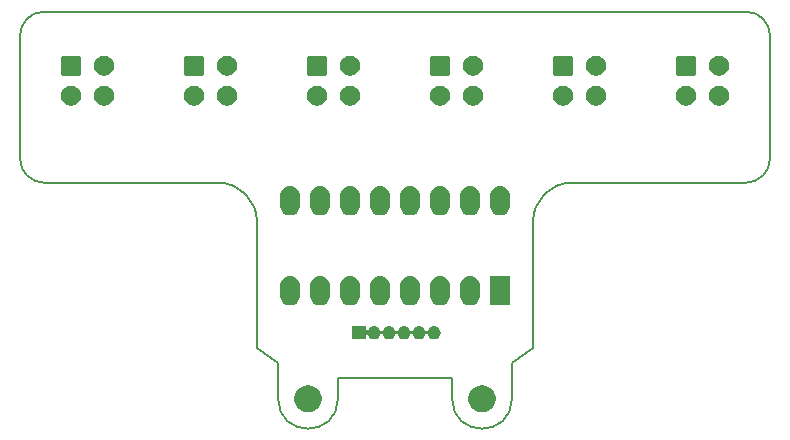
<source format=gbr>
%TF.GenerationSoftware,KiCad,Pcbnew,(5.0.1-3-g963ef8bb5)*%
%TF.CreationDate,2018-11-27T10:46:30+01:00*%
%TF.ProjectId,sensores,73656E736F7265732E6B696361645F70,rev?*%
%TF.SameCoordinates,Original*%
%TF.FileFunction,Soldermask,Top*%
%TF.FilePolarity,Negative*%
%FSLAX46Y46*%
G04 Gerber Fmt 4.6, Leading zero omitted, Abs format (unit mm)*
G04 Created by KiCad (PCBNEW (5.0.1-3-g963ef8bb5)) date 2018 November 27, Tuesday 10:46:30*
%MOMM*%
%LPD*%
G01*
G04 APERTURE LIST*
%ADD10C,0.150000*%
%ADD11C,0.200000*%
%ADD12C,0.100000*%
G04 APERTURE END LIST*
D10*
X134620000Y-95504000D02*
X134620000Y-97282000D01*
X124968000Y-95504000D02*
X124968000Y-97282000D01*
X124968000Y-95504000D02*
X134620000Y-95504000D01*
X139700000Y-97282000D02*
G75*
G02X134620000Y-97282000I-2540000J0D01*
G01*
X124968000Y-97282000D02*
G75*
G02X119888000Y-97282000I-2540000J0D01*
G01*
X141478000Y-82296000D02*
X141478000Y-92964000D01*
X118110000Y-82296000D02*
X118110000Y-92964000D01*
X100076000Y-78994000D02*
X114808000Y-78994000D01*
X98044000Y-66548000D02*
X98044000Y-76962000D01*
X159512000Y-64516000D02*
X100076000Y-64516000D01*
X161544000Y-76962000D02*
X161544000Y-66548000D01*
X144780000Y-78994000D02*
X159512000Y-78994000D01*
D11*
X141478000Y-82296000D02*
G75*
G02X144780000Y-78994000I3302000J0D01*
G01*
X114808000Y-78994000D02*
G75*
G02X118110000Y-82296000I0J-3302000D01*
G01*
X100076000Y-78994000D02*
G75*
G02X98044000Y-76962000I0J2032000D01*
G01*
X161544000Y-76962000D02*
G75*
G02X159512000Y-78994000I-2032000J0D01*
G01*
D10*
X159512000Y-64516000D02*
G75*
G02X161544000Y-66548000I0J-2032000D01*
G01*
X98044000Y-66548000D02*
G75*
G02X100076000Y-64516000I2032000J0D01*
G01*
X118110000Y-92964000D02*
X119888000Y-94234000D01*
X139700000Y-94234000D02*
X141478000Y-92964000D01*
X139700000Y-94234000D02*
X139700000Y-97282000D01*
X119888000Y-94234000D02*
X119888000Y-97282000D01*
D12*
G36*
X137495734Y-96175232D02*
X137705202Y-96261996D01*
X137893723Y-96387962D01*
X138054038Y-96548277D01*
X138180004Y-96736798D01*
X138266768Y-96946266D01*
X138311000Y-97168635D01*
X138311000Y-97395365D01*
X138266768Y-97617734D01*
X138180004Y-97827202D01*
X138054038Y-98015723D01*
X137893723Y-98176038D01*
X137705202Y-98302004D01*
X137495734Y-98388768D01*
X137273365Y-98433000D01*
X137046635Y-98433000D01*
X136824266Y-98388768D01*
X136614798Y-98302004D01*
X136426277Y-98176038D01*
X136265962Y-98015723D01*
X136139996Y-97827202D01*
X136053232Y-97617734D01*
X136009000Y-97395365D01*
X136009000Y-97168635D01*
X136053232Y-96946266D01*
X136139996Y-96736798D01*
X136265962Y-96548277D01*
X136426277Y-96387962D01*
X136614798Y-96261996D01*
X136824266Y-96175232D01*
X137046635Y-96131000D01*
X137273365Y-96131000D01*
X137495734Y-96175232D01*
X137495734Y-96175232D01*
G37*
G36*
X122763734Y-96175232D02*
X122973202Y-96261996D01*
X123161723Y-96387962D01*
X123322038Y-96548277D01*
X123448004Y-96736798D01*
X123534768Y-96946266D01*
X123579000Y-97168635D01*
X123579000Y-97395365D01*
X123534768Y-97617734D01*
X123448004Y-97827202D01*
X123322038Y-98015723D01*
X123161723Y-98176038D01*
X122973202Y-98302004D01*
X122763734Y-98388768D01*
X122541365Y-98433000D01*
X122314635Y-98433000D01*
X122092266Y-98388768D01*
X121882798Y-98302004D01*
X121694277Y-98176038D01*
X121533962Y-98015723D01*
X121407996Y-97827202D01*
X121321232Y-97617734D01*
X121277000Y-97395365D01*
X121277000Y-97168635D01*
X121321232Y-96946266D01*
X121407996Y-96736798D01*
X121533962Y-96548277D01*
X121694277Y-96387962D01*
X121882798Y-96261996D01*
X122092266Y-96175232D01*
X122314635Y-96131000D01*
X122541365Y-96131000D01*
X122763734Y-96175232D01*
X122763734Y-96175232D01*
G37*
G36*
X127297000Y-91371262D02*
X127299402Y-91395648D01*
X127306515Y-91419097D01*
X127318066Y-91440708D01*
X127333612Y-91459650D01*
X127352554Y-91475196D01*
X127374165Y-91486747D01*
X127397614Y-91493860D01*
X127422000Y-91496262D01*
X127446386Y-91493860D01*
X127469835Y-91486747D01*
X127491446Y-91475196D01*
X127510388Y-91459650D01*
X127532236Y-91430192D01*
X127555644Y-91386400D01*
X127624499Y-91302499D01*
X127708400Y-91233644D01*
X127804121Y-91182479D01*
X127907985Y-91150973D01*
X127988933Y-91143000D01*
X128043067Y-91143000D01*
X128124015Y-91150973D01*
X128227879Y-91182479D01*
X128323600Y-91233644D01*
X128407501Y-91302499D01*
X128476356Y-91386400D01*
X128527521Y-91482121D01*
X128531383Y-91494854D01*
X128540760Y-91517493D01*
X128554374Y-91537867D01*
X128571701Y-91555194D01*
X128592076Y-91568808D01*
X128614715Y-91578186D01*
X128638748Y-91582966D01*
X128663252Y-91582966D01*
X128687286Y-91578185D01*
X128709925Y-91568808D01*
X128730299Y-91555194D01*
X128747626Y-91537867D01*
X128761240Y-91517492D01*
X128770617Y-91494854D01*
X128774479Y-91482121D01*
X128825644Y-91386400D01*
X128894499Y-91302499D01*
X128978400Y-91233644D01*
X129074121Y-91182479D01*
X129177985Y-91150973D01*
X129258933Y-91143000D01*
X129313067Y-91143000D01*
X129394015Y-91150973D01*
X129497879Y-91182479D01*
X129593600Y-91233644D01*
X129677501Y-91302499D01*
X129746356Y-91386400D01*
X129797521Y-91482121D01*
X129801383Y-91494854D01*
X129810760Y-91517493D01*
X129824374Y-91537867D01*
X129841701Y-91555194D01*
X129862076Y-91568808D01*
X129884715Y-91578186D01*
X129908748Y-91582966D01*
X129933252Y-91582966D01*
X129957286Y-91578185D01*
X129979925Y-91568808D01*
X130000299Y-91555194D01*
X130017626Y-91537867D01*
X130031240Y-91517492D01*
X130040617Y-91494854D01*
X130044479Y-91482121D01*
X130095644Y-91386400D01*
X130164499Y-91302499D01*
X130248400Y-91233644D01*
X130344121Y-91182479D01*
X130447985Y-91150973D01*
X130528933Y-91143000D01*
X130583067Y-91143000D01*
X130664015Y-91150973D01*
X130767879Y-91182479D01*
X130863600Y-91233644D01*
X130947501Y-91302499D01*
X131016356Y-91386400D01*
X131067521Y-91482121D01*
X131071383Y-91494854D01*
X131080760Y-91517493D01*
X131094374Y-91537867D01*
X131111701Y-91555194D01*
X131132076Y-91568808D01*
X131154715Y-91578186D01*
X131178748Y-91582966D01*
X131203252Y-91582966D01*
X131227286Y-91578185D01*
X131249925Y-91568808D01*
X131270299Y-91555194D01*
X131287626Y-91537867D01*
X131301240Y-91517492D01*
X131310617Y-91494854D01*
X131314479Y-91482121D01*
X131365644Y-91386400D01*
X131434499Y-91302499D01*
X131518400Y-91233644D01*
X131614121Y-91182479D01*
X131717985Y-91150973D01*
X131798933Y-91143000D01*
X131853067Y-91143000D01*
X131934015Y-91150973D01*
X132037879Y-91182479D01*
X132133600Y-91233644D01*
X132217501Y-91302499D01*
X132286356Y-91386400D01*
X132337521Y-91482121D01*
X132341383Y-91494854D01*
X132350760Y-91517493D01*
X132364374Y-91537867D01*
X132381701Y-91555194D01*
X132402076Y-91568808D01*
X132424715Y-91578186D01*
X132448748Y-91582966D01*
X132473252Y-91582966D01*
X132497286Y-91578185D01*
X132519925Y-91568808D01*
X132540299Y-91555194D01*
X132557626Y-91537867D01*
X132571240Y-91517492D01*
X132580617Y-91494854D01*
X132584479Y-91482121D01*
X132635644Y-91386400D01*
X132704499Y-91302499D01*
X132788400Y-91233644D01*
X132884121Y-91182479D01*
X132987985Y-91150973D01*
X133068933Y-91143000D01*
X133123067Y-91143000D01*
X133204015Y-91150973D01*
X133307879Y-91182479D01*
X133403600Y-91233644D01*
X133487501Y-91302499D01*
X133556356Y-91386400D01*
X133607521Y-91482121D01*
X133639027Y-91585985D01*
X133649666Y-91694000D01*
X133639027Y-91802015D01*
X133607521Y-91905879D01*
X133556356Y-92001600D01*
X133487501Y-92085501D01*
X133403600Y-92154356D01*
X133307879Y-92205521D01*
X133204015Y-92237027D01*
X133123067Y-92245000D01*
X133068933Y-92245000D01*
X132987985Y-92237027D01*
X132884121Y-92205521D01*
X132788400Y-92154356D01*
X132704499Y-92085501D01*
X132635644Y-92001600D01*
X132584479Y-91905879D01*
X132580615Y-91893142D01*
X132571240Y-91870507D01*
X132557626Y-91850133D01*
X132540299Y-91832806D01*
X132519924Y-91819192D01*
X132497285Y-91809814D01*
X132473252Y-91805034D01*
X132448748Y-91805034D01*
X132424714Y-91809815D01*
X132402075Y-91819192D01*
X132381701Y-91832806D01*
X132364374Y-91850133D01*
X132350760Y-91870508D01*
X132341385Y-91893142D01*
X132337521Y-91905879D01*
X132286356Y-92001600D01*
X132217501Y-92085501D01*
X132133600Y-92154356D01*
X132037879Y-92205521D01*
X131934015Y-92237027D01*
X131853067Y-92245000D01*
X131798933Y-92245000D01*
X131717985Y-92237027D01*
X131614121Y-92205521D01*
X131518400Y-92154356D01*
X131434499Y-92085501D01*
X131365644Y-92001600D01*
X131314479Y-91905879D01*
X131310615Y-91893142D01*
X131301240Y-91870507D01*
X131287626Y-91850133D01*
X131270299Y-91832806D01*
X131249924Y-91819192D01*
X131227285Y-91809814D01*
X131203252Y-91805034D01*
X131178748Y-91805034D01*
X131154714Y-91809815D01*
X131132075Y-91819192D01*
X131111701Y-91832806D01*
X131094374Y-91850133D01*
X131080760Y-91870508D01*
X131071385Y-91893142D01*
X131067521Y-91905879D01*
X131016356Y-92001600D01*
X130947501Y-92085501D01*
X130863600Y-92154356D01*
X130767879Y-92205521D01*
X130664015Y-92237027D01*
X130583067Y-92245000D01*
X130528933Y-92245000D01*
X130447985Y-92237027D01*
X130344121Y-92205521D01*
X130248400Y-92154356D01*
X130164499Y-92085501D01*
X130095644Y-92001600D01*
X130044479Y-91905879D01*
X130040615Y-91893142D01*
X130031240Y-91870507D01*
X130017626Y-91850133D01*
X130000299Y-91832806D01*
X129979924Y-91819192D01*
X129957285Y-91809814D01*
X129933252Y-91805034D01*
X129908748Y-91805034D01*
X129884714Y-91809815D01*
X129862075Y-91819192D01*
X129841701Y-91832806D01*
X129824374Y-91850133D01*
X129810760Y-91870508D01*
X129801385Y-91893142D01*
X129797521Y-91905879D01*
X129746356Y-92001600D01*
X129677501Y-92085501D01*
X129593600Y-92154356D01*
X129497879Y-92205521D01*
X129394015Y-92237027D01*
X129313067Y-92245000D01*
X129258933Y-92245000D01*
X129177985Y-92237027D01*
X129074121Y-92205521D01*
X128978400Y-92154356D01*
X128894499Y-92085501D01*
X128825644Y-92001600D01*
X128774479Y-91905879D01*
X128770615Y-91893142D01*
X128761240Y-91870507D01*
X128747626Y-91850133D01*
X128730299Y-91832806D01*
X128709924Y-91819192D01*
X128687285Y-91809814D01*
X128663252Y-91805034D01*
X128638748Y-91805034D01*
X128614714Y-91809815D01*
X128592075Y-91819192D01*
X128571701Y-91832806D01*
X128554374Y-91850133D01*
X128540760Y-91870508D01*
X128531385Y-91893142D01*
X128527521Y-91905879D01*
X128476356Y-92001600D01*
X128407501Y-92085501D01*
X128323600Y-92154356D01*
X128227879Y-92205521D01*
X128124015Y-92237027D01*
X128043067Y-92245000D01*
X127988933Y-92245000D01*
X127907985Y-92237027D01*
X127804121Y-92205521D01*
X127708400Y-92154356D01*
X127624499Y-92085501D01*
X127555644Y-92001600D01*
X127532234Y-91957805D01*
X127518626Y-91937439D01*
X127501299Y-91920111D01*
X127480924Y-91906498D01*
X127458285Y-91897120D01*
X127434252Y-91892340D01*
X127409748Y-91892340D01*
X127385714Y-91897121D01*
X127363075Y-91906498D01*
X127342701Y-91920112D01*
X127325373Y-91937439D01*
X127311760Y-91957814D01*
X127302382Y-91980453D01*
X127297000Y-92016738D01*
X127297000Y-92245000D01*
X126195000Y-92245000D01*
X126195000Y-91143000D01*
X127297000Y-91143000D01*
X127297000Y-91371262D01*
X127297000Y-91371262D01*
G37*
G36*
X131230820Y-86899313D02*
X131230823Y-86899314D01*
X131230824Y-86899314D01*
X131391238Y-86947975D01*
X131391240Y-86947976D01*
X131391243Y-86947977D01*
X131539078Y-87026995D01*
X131668659Y-87133341D01*
X131775005Y-87262922D01*
X131854023Y-87410756D01*
X131902687Y-87571179D01*
X131915000Y-87696196D01*
X131915000Y-88579803D01*
X131902687Y-88704820D01*
X131902686Y-88704822D01*
X131902686Y-88704825D01*
X131854025Y-88865239D01*
X131854023Y-88865244D01*
X131775005Y-89013078D01*
X131668659Y-89142659D01*
X131539078Y-89249005D01*
X131391244Y-89328023D01*
X131391241Y-89328024D01*
X131391239Y-89328025D01*
X131230825Y-89376686D01*
X131230824Y-89376686D01*
X131230821Y-89376687D01*
X131064000Y-89393117D01*
X130897180Y-89376687D01*
X130897177Y-89376686D01*
X130897176Y-89376686D01*
X130736762Y-89328025D01*
X130736760Y-89328024D01*
X130736757Y-89328023D01*
X130588923Y-89249005D01*
X130459342Y-89142659D01*
X130352996Y-89013078D01*
X130273978Y-88865244D01*
X130225314Y-88704821D01*
X130213000Y-88579803D01*
X130213000Y-87696197D01*
X130225313Y-87571180D01*
X130225314Y-87571176D01*
X130273975Y-87410762D01*
X130273976Y-87410760D01*
X130273977Y-87410757D01*
X130352995Y-87262922D01*
X130459341Y-87133341D01*
X130588922Y-87026995D01*
X130736756Y-86947977D01*
X130736759Y-86947976D01*
X130736761Y-86947975D01*
X130897175Y-86899314D01*
X130897176Y-86899314D01*
X130897179Y-86899313D01*
X131064000Y-86882883D01*
X131230820Y-86899313D01*
X131230820Y-86899313D01*
G37*
G36*
X133770820Y-86899313D02*
X133770823Y-86899314D01*
X133770824Y-86899314D01*
X133931238Y-86947975D01*
X133931240Y-86947976D01*
X133931243Y-86947977D01*
X134079078Y-87026995D01*
X134208659Y-87133341D01*
X134315005Y-87262922D01*
X134394023Y-87410756D01*
X134442687Y-87571179D01*
X134455000Y-87696196D01*
X134455000Y-88579803D01*
X134442687Y-88704820D01*
X134442686Y-88704822D01*
X134442686Y-88704825D01*
X134394025Y-88865239D01*
X134394023Y-88865244D01*
X134315005Y-89013078D01*
X134208659Y-89142659D01*
X134079078Y-89249005D01*
X133931244Y-89328023D01*
X133931241Y-89328024D01*
X133931239Y-89328025D01*
X133770825Y-89376686D01*
X133770824Y-89376686D01*
X133770821Y-89376687D01*
X133604000Y-89393117D01*
X133437180Y-89376687D01*
X133437177Y-89376686D01*
X133437176Y-89376686D01*
X133276762Y-89328025D01*
X133276760Y-89328024D01*
X133276757Y-89328023D01*
X133128923Y-89249005D01*
X132999342Y-89142659D01*
X132892996Y-89013078D01*
X132813978Y-88865244D01*
X132765314Y-88704821D01*
X132753000Y-88579803D01*
X132753000Y-87696197D01*
X132765313Y-87571180D01*
X132765314Y-87571176D01*
X132813975Y-87410762D01*
X132813976Y-87410760D01*
X132813977Y-87410757D01*
X132892995Y-87262922D01*
X132999341Y-87133341D01*
X133128922Y-87026995D01*
X133276756Y-86947977D01*
X133276759Y-86947976D01*
X133276761Y-86947975D01*
X133437175Y-86899314D01*
X133437176Y-86899314D01*
X133437179Y-86899313D01*
X133604000Y-86882883D01*
X133770820Y-86899313D01*
X133770820Y-86899313D01*
G37*
G36*
X121070820Y-86899313D02*
X121070823Y-86899314D01*
X121070824Y-86899314D01*
X121231238Y-86947975D01*
X121231240Y-86947976D01*
X121231243Y-86947977D01*
X121379078Y-87026995D01*
X121508659Y-87133341D01*
X121615005Y-87262922D01*
X121694023Y-87410756D01*
X121742687Y-87571179D01*
X121755000Y-87696196D01*
X121755000Y-88579803D01*
X121742687Y-88704820D01*
X121742686Y-88704822D01*
X121742686Y-88704825D01*
X121694025Y-88865239D01*
X121694023Y-88865244D01*
X121615005Y-89013078D01*
X121508659Y-89142659D01*
X121379078Y-89249005D01*
X121231244Y-89328023D01*
X121231241Y-89328024D01*
X121231239Y-89328025D01*
X121070825Y-89376686D01*
X121070824Y-89376686D01*
X121070821Y-89376687D01*
X120904000Y-89393117D01*
X120737180Y-89376687D01*
X120737177Y-89376686D01*
X120737176Y-89376686D01*
X120576762Y-89328025D01*
X120576760Y-89328024D01*
X120576757Y-89328023D01*
X120428923Y-89249005D01*
X120299342Y-89142659D01*
X120192996Y-89013078D01*
X120113978Y-88865244D01*
X120065314Y-88704821D01*
X120053000Y-88579803D01*
X120053000Y-87696197D01*
X120065313Y-87571180D01*
X120065314Y-87571176D01*
X120113975Y-87410762D01*
X120113976Y-87410760D01*
X120113977Y-87410757D01*
X120192995Y-87262922D01*
X120299341Y-87133341D01*
X120428922Y-87026995D01*
X120576756Y-86947977D01*
X120576759Y-86947976D01*
X120576761Y-86947975D01*
X120737175Y-86899314D01*
X120737176Y-86899314D01*
X120737179Y-86899313D01*
X120904000Y-86882883D01*
X121070820Y-86899313D01*
X121070820Y-86899313D01*
G37*
G36*
X128690820Y-86899313D02*
X128690823Y-86899314D01*
X128690824Y-86899314D01*
X128851238Y-86947975D01*
X128851240Y-86947976D01*
X128851243Y-86947977D01*
X128999078Y-87026995D01*
X129128659Y-87133341D01*
X129235005Y-87262922D01*
X129314023Y-87410756D01*
X129362687Y-87571179D01*
X129375000Y-87696196D01*
X129375000Y-88579803D01*
X129362687Y-88704820D01*
X129362686Y-88704822D01*
X129362686Y-88704825D01*
X129314025Y-88865239D01*
X129314023Y-88865244D01*
X129235005Y-89013078D01*
X129128659Y-89142659D01*
X128999078Y-89249005D01*
X128851244Y-89328023D01*
X128851241Y-89328024D01*
X128851239Y-89328025D01*
X128690825Y-89376686D01*
X128690824Y-89376686D01*
X128690821Y-89376687D01*
X128524000Y-89393117D01*
X128357180Y-89376687D01*
X128357177Y-89376686D01*
X128357176Y-89376686D01*
X128196762Y-89328025D01*
X128196760Y-89328024D01*
X128196757Y-89328023D01*
X128048923Y-89249005D01*
X127919342Y-89142659D01*
X127812996Y-89013078D01*
X127733978Y-88865244D01*
X127685314Y-88704821D01*
X127673000Y-88579803D01*
X127673000Y-87696197D01*
X127685313Y-87571180D01*
X127685314Y-87571176D01*
X127733975Y-87410762D01*
X127733976Y-87410760D01*
X127733977Y-87410757D01*
X127812995Y-87262922D01*
X127919341Y-87133341D01*
X128048922Y-87026995D01*
X128196756Y-86947977D01*
X128196759Y-86947976D01*
X128196761Y-86947975D01*
X128357175Y-86899314D01*
X128357176Y-86899314D01*
X128357179Y-86899313D01*
X128524000Y-86882883D01*
X128690820Y-86899313D01*
X128690820Y-86899313D01*
G37*
G36*
X126150820Y-86899313D02*
X126150823Y-86899314D01*
X126150824Y-86899314D01*
X126311238Y-86947975D01*
X126311240Y-86947976D01*
X126311243Y-86947977D01*
X126459078Y-87026995D01*
X126588659Y-87133341D01*
X126695005Y-87262922D01*
X126774023Y-87410756D01*
X126822687Y-87571179D01*
X126835000Y-87696196D01*
X126835000Y-88579803D01*
X126822687Y-88704820D01*
X126822686Y-88704822D01*
X126822686Y-88704825D01*
X126774025Y-88865239D01*
X126774023Y-88865244D01*
X126695005Y-89013078D01*
X126588659Y-89142659D01*
X126459078Y-89249005D01*
X126311244Y-89328023D01*
X126311241Y-89328024D01*
X126311239Y-89328025D01*
X126150825Y-89376686D01*
X126150824Y-89376686D01*
X126150821Y-89376687D01*
X125984000Y-89393117D01*
X125817180Y-89376687D01*
X125817177Y-89376686D01*
X125817176Y-89376686D01*
X125656762Y-89328025D01*
X125656760Y-89328024D01*
X125656757Y-89328023D01*
X125508923Y-89249005D01*
X125379342Y-89142659D01*
X125272996Y-89013078D01*
X125193978Y-88865244D01*
X125145314Y-88704821D01*
X125133000Y-88579803D01*
X125133000Y-87696197D01*
X125145313Y-87571180D01*
X125145314Y-87571176D01*
X125193975Y-87410762D01*
X125193976Y-87410760D01*
X125193977Y-87410757D01*
X125272995Y-87262922D01*
X125379341Y-87133341D01*
X125508922Y-87026995D01*
X125656756Y-86947977D01*
X125656759Y-86947976D01*
X125656761Y-86947975D01*
X125817175Y-86899314D01*
X125817176Y-86899314D01*
X125817179Y-86899313D01*
X125984000Y-86882883D01*
X126150820Y-86899313D01*
X126150820Y-86899313D01*
G37*
G36*
X123610820Y-86899313D02*
X123610823Y-86899314D01*
X123610824Y-86899314D01*
X123771238Y-86947975D01*
X123771240Y-86947976D01*
X123771243Y-86947977D01*
X123919078Y-87026995D01*
X124048659Y-87133341D01*
X124155005Y-87262922D01*
X124234023Y-87410756D01*
X124282687Y-87571179D01*
X124295000Y-87696196D01*
X124295000Y-88579803D01*
X124282687Y-88704820D01*
X124282686Y-88704822D01*
X124282686Y-88704825D01*
X124234025Y-88865239D01*
X124234023Y-88865244D01*
X124155005Y-89013078D01*
X124048659Y-89142659D01*
X123919078Y-89249005D01*
X123771244Y-89328023D01*
X123771241Y-89328024D01*
X123771239Y-89328025D01*
X123610825Y-89376686D01*
X123610824Y-89376686D01*
X123610821Y-89376687D01*
X123444000Y-89393117D01*
X123277180Y-89376687D01*
X123277177Y-89376686D01*
X123277176Y-89376686D01*
X123116762Y-89328025D01*
X123116760Y-89328024D01*
X123116757Y-89328023D01*
X122968923Y-89249005D01*
X122839342Y-89142659D01*
X122732996Y-89013078D01*
X122653978Y-88865244D01*
X122605314Y-88704821D01*
X122593000Y-88579803D01*
X122593000Y-87696197D01*
X122605313Y-87571180D01*
X122605314Y-87571176D01*
X122653975Y-87410762D01*
X122653976Y-87410760D01*
X122653977Y-87410757D01*
X122732995Y-87262922D01*
X122839341Y-87133341D01*
X122968922Y-87026995D01*
X123116756Y-86947977D01*
X123116759Y-86947976D01*
X123116761Y-86947975D01*
X123277175Y-86899314D01*
X123277176Y-86899314D01*
X123277179Y-86899313D01*
X123444000Y-86882883D01*
X123610820Y-86899313D01*
X123610820Y-86899313D01*
G37*
G36*
X136310820Y-86899313D02*
X136310823Y-86899314D01*
X136310824Y-86899314D01*
X136471238Y-86947975D01*
X136471240Y-86947976D01*
X136471243Y-86947977D01*
X136619078Y-87026995D01*
X136748659Y-87133341D01*
X136855005Y-87262922D01*
X136934023Y-87410756D01*
X136982687Y-87571179D01*
X136995000Y-87696196D01*
X136995000Y-88579803D01*
X136982687Y-88704820D01*
X136982686Y-88704822D01*
X136982686Y-88704825D01*
X136934025Y-88865239D01*
X136934023Y-88865244D01*
X136855005Y-89013078D01*
X136748659Y-89142659D01*
X136619078Y-89249005D01*
X136471244Y-89328023D01*
X136471241Y-89328024D01*
X136471239Y-89328025D01*
X136310825Y-89376686D01*
X136310824Y-89376686D01*
X136310821Y-89376687D01*
X136144000Y-89393117D01*
X135977180Y-89376687D01*
X135977177Y-89376686D01*
X135977176Y-89376686D01*
X135816762Y-89328025D01*
X135816760Y-89328024D01*
X135816757Y-89328023D01*
X135668923Y-89249005D01*
X135539342Y-89142659D01*
X135432996Y-89013078D01*
X135353978Y-88865244D01*
X135305314Y-88704821D01*
X135293000Y-88579803D01*
X135293000Y-87696197D01*
X135305313Y-87571180D01*
X135305314Y-87571176D01*
X135353975Y-87410762D01*
X135353976Y-87410760D01*
X135353977Y-87410757D01*
X135432995Y-87262922D01*
X135539341Y-87133341D01*
X135668922Y-87026995D01*
X135816756Y-86947977D01*
X135816759Y-86947976D01*
X135816761Y-86947975D01*
X135977175Y-86899314D01*
X135977176Y-86899314D01*
X135977179Y-86899313D01*
X136144000Y-86882883D01*
X136310820Y-86899313D01*
X136310820Y-86899313D01*
G37*
G36*
X139535000Y-89389000D02*
X137833000Y-89389000D01*
X137833000Y-86887000D01*
X139535000Y-86887000D01*
X139535000Y-89389000D01*
X139535000Y-89389000D01*
G37*
G36*
X123610820Y-79279313D02*
X123610823Y-79279314D01*
X123610824Y-79279314D01*
X123771238Y-79327975D01*
X123771240Y-79327976D01*
X123771243Y-79327977D01*
X123919078Y-79406995D01*
X124048659Y-79513341D01*
X124155005Y-79642922D01*
X124234023Y-79790756D01*
X124282687Y-79951179D01*
X124295000Y-80076196D01*
X124295000Y-80959803D01*
X124282687Y-81084820D01*
X124282686Y-81084822D01*
X124282686Y-81084825D01*
X124234025Y-81245239D01*
X124234023Y-81245244D01*
X124155005Y-81393078D01*
X124048659Y-81522659D01*
X123919078Y-81629005D01*
X123771244Y-81708023D01*
X123771241Y-81708024D01*
X123771239Y-81708025D01*
X123610825Y-81756686D01*
X123610824Y-81756686D01*
X123610821Y-81756687D01*
X123444000Y-81773117D01*
X123277180Y-81756687D01*
X123277177Y-81756686D01*
X123277176Y-81756686D01*
X123116762Y-81708025D01*
X123116760Y-81708024D01*
X123116757Y-81708023D01*
X122968923Y-81629005D01*
X122839342Y-81522659D01*
X122732996Y-81393078D01*
X122653978Y-81245244D01*
X122605314Y-81084821D01*
X122593000Y-80959803D01*
X122593000Y-80076197D01*
X122605313Y-79951180D01*
X122605314Y-79951176D01*
X122653975Y-79790762D01*
X122653976Y-79790760D01*
X122653977Y-79790757D01*
X122732995Y-79642922D01*
X122839341Y-79513341D01*
X122968922Y-79406995D01*
X123116756Y-79327977D01*
X123116759Y-79327976D01*
X123116761Y-79327975D01*
X123277175Y-79279314D01*
X123277176Y-79279314D01*
X123277179Y-79279313D01*
X123444000Y-79262883D01*
X123610820Y-79279313D01*
X123610820Y-79279313D01*
G37*
G36*
X126150820Y-79279313D02*
X126150823Y-79279314D01*
X126150824Y-79279314D01*
X126311238Y-79327975D01*
X126311240Y-79327976D01*
X126311243Y-79327977D01*
X126459078Y-79406995D01*
X126588659Y-79513341D01*
X126695005Y-79642922D01*
X126774023Y-79790756D01*
X126822687Y-79951179D01*
X126835000Y-80076196D01*
X126835000Y-80959803D01*
X126822687Y-81084820D01*
X126822686Y-81084822D01*
X126822686Y-81084825D01*
X126774025Y-81245239D01*
X126774023Y-81245244D01*
X126695005Y-81393078D01*
X126588659Y-81522659D01*
X126459078Y-81629005D01*
X126311244Y-81708023D01*
X126311241Y-81708024D01*
X126311239Y-81708025D01*
X126150825Y-81756686D01*
X126150824Y-81756686D01*
X126150821Y-81756687D01*
X125984000Y-81773117D01*
X125817180Y-81756687D01*
X125817177Y-81756686D01*
X125817176Y-81756686D01*
X125656762Y-81708025D01*
X125656760Y-81708024D01*
X125656757Y-81708023D01*
X125508923Y-81629005D01*
X125379342Y-81522659D01*
X125272996Y-81393078D01*
X125193978Y-81245244D01*
X125145314Y-81084821D01*
X125133000Y-80959803D01*
X125133000Y-80076197D01*
X125145313Y-79951180D01*
X125145314Y-79951176D01*
X125193975Y-79790762D01*
X125193976Y-79790760D01*
X125193977Y-79790757D01*
X125272995Y-79642922D01*
X125379341Y-79513341D01*
X125508922Y-79406995D01*
X125656756Y-79327977D01*
X125656759Y-79327976D01*
X125656761Y-79327975D01*
X125817175Y-79279314D01*
X125817176Y-79279314D01*
X125817179Y-79279313D01*
X125984000Y-79262883D01*
X126150820Y-79279313D01*
X126150820Y-79279313D01*
G37*
G36*
X121070820Y-79279313D02*
X121070823Y-79279314D01*
X121070824Y-79279314D01*
X121231238Y-79327975D01*
X121231240Y-79327976D01*
X121231243Y-79327977D01*
X121379078Y-79406995D01*
X121508659Y-79513341D01*
X121615005Y-79642922D01*
X121694023Y-79790756D01*
X121742687Y-79951179D01*
X121755000Y-80076196D01*
X121755000Y-80959803D01*
X121742687Y-81084820D01*
X121742686Y-81084822D01*
X121742686Y-81084825D01*
X121694025Y-81245239D01*
X121694023Y-81245244D01*
X121615005Y-81393078D01*
X121508659Y-81522659D01*
X121379078Y-81629005D01*
X121231244Y-81708023D01*
X121231241Y-81708024D01*
X121231239Y-81708025D01*
X121070825Y-81756686D01*
X121070824Y-81756686D01*
X121070821Y-81756687D01*
X120904000Y-81773117D01*
X120737180Y-81756687D01*
X120737177Y-81756686D01*
X120737176Y-81756686D01*
X120576762Y-81708025D01*
X120576760Y-81708024D01*
X120576757Y-81708023D01*
X120428923Y-81629005D01*
X120299342Y-81522659D01*
X120192996Y-81393078D01*
X120113978Y-81245244D01*
X120065314Y-81084821D01*
X120053000Y-80959803D01*
X120053000Y-80076197D01*
X120065313Y-79951180D01*
X120065314Y-79951176D01*
X120113975Y-79790762D01*
X120113976Y-79790760D01*
X120113977Y-79790757D01*
X120192995Y-79642922D01*
X120299341Y-79513341D01*
X120428922Y-79406995D01*
X120576756Y-79327977D01*
X120576759Y-79327976D01*
X120576761Y-79327975D01*
X120737175Y-79279314D01*
X120737176Y-79279314D01*
X120737179Y-79279313D01*
X120904000Y-79262883D01*
X121070820Y-79279313D01*
X121070820Y-79279313D01*
G37*
G36*
X138850820Y-79279313D02*
X138850823Y-79279314D01*
X138850824Y-79279314D01*
X139011238Y-79327975D01*
X139011240Y-79327976D01*
X139011243Y-79327977D01*
X139159078Y-79406995D01*
X139288659Y-79513341D01*
X139395005Y-79642922D01*
X139474023Y-79790756D01*
X139522687Y-79951179D01*
X139535000Y-80076196D01*
X139535000Y-80959803D01*
X139522687Y-81084820D01*
X139522686Y-81084822D01*
X139522686Y-81084825D01*
X139474025Y-81245239D01*
X139474023Y-81245244D01*
X139395005Y-81393078D01*
X139288659Y-81522659D01*
X139159078Y-81629005D01*
X139011244Y-81708023D01*
X139011241Y-81708024D01*
X139011239Y-81708025D01*
X138850825Y-81756686D01*
X138850824Y-81756686D01*
X138850821Y-81756687D01*
X138684000Y-81773117D01*
X138517180Y-81756687D01*
X138517177Y-81756686D01*
X138517176Y-81756686D01*
X138356762Y-81708025D01*
X138356760Y-81708024D01*
X138356757Y-81708023D01*
X138208923Y-81629005D01*
X138079342Y-81522659D01*
X137972996Y-81393078D01*
X137893978Y-81245244D01*
X137845314Y-81084821D01*
X137833000Y-80959803D01*
X137833000Y-80076197D01*
X137845313Y-79951180D01*
X137845314Y-79951176D01*
X137893975Y-79790762D01*
X137893976Y-79790760D01*
X137893977Y-79790757D01*
X137972995Y-79642922D01*
X138079341Y-79513341D01*
X138208922Y-79406995D01*
X138356756Y-79327977D01*
X138356759Y-79327976D01*
X138356761Y-79327975D01*
X138517175Y-79279314D01*
X138517176Y-79279314D01*
X138517179Y-79279313D01*
X138684000Y-79262883D01*
X138850820Y-79279313D01*
X138850820Y-79279313D01*
G37*
G36*
X136310820Y-79279313D02*
X136310823Y-79279314D01*
X136310824Y-79279314D01*
X136471238Y-79327975D01*
X136471240Y-79327976D01*
X136471243Y-79327977D01*
X136619078Y-79406995D01*
X136748659Y-79513341D01*
X136855005Y-79642922D01*
X136934023Y-79790756D01*
X136982687Y-79951179D01*
X136995000Y-80076196D01*
X136995000Y-80959803D01*
X136982687Y-81084820D01*
X136982686Y-81084822D01*
X136982686Y-81084825D01*
X136934025Y-81245239D01*
X136934023Y-81245244D01*
X136855005Y-81393078D01*
X136748659Y-81522659D01*
X136619078Y-81629005D01*
X136471244Y-81708023D01*
X136471241Y-81708024D01*
X136471239Y-81708025D01*
X136310825Y-81756686D01*
X136310824Y-81756686D01*
X136310821Y-81756687D01*
X136144000Y-81773117D01*
X135977180Y-81756687D01*
X135977177Y-81756686D01*
X135977176Y-81756686D01*
X135816762Y-81708025D01*
X135816760Y-81708024D01*
X135816757Y-81708023D01*
X135668923Y-81629005D01*
X135539342Y-81522659D01*
X135432996Y-81393078D01*
X135353978Y-81245244D01*
X135305314Y-81084821D01*
X135293000Y-80959803D01*
X135293000Y-80076197D01*
X135305313Y-79951180D01*
X135305314Y-79951176D01*
X135353975Y-79790762D01*
X135353976Y-79790760D01*
X135353977Y-79790757D01*
X135432995Y-79642922D01*
X135539341Y-79513341D01*
X135668922Y-79406995D01*
X135816756Y-79327977D01*
X135816759Y-79327976D01*
X135816761Y-79327975D01*
X135977175Y-79279314D01*
X135977176Y-79279314D01*
X135977179Y-79279313D01*
X136144000Y-79262883D01*
X136310820Y-79279313D01*
X136310820Y-79279313D01*
G37*
G36*
X133770820Y-79279313D02*
X133770823Y-79279314D01*
X133770824Y-79279314D01*
X133931238Y-79327975D01*
X133931240Y-79327976D01*
X133931243Y-79327977D01*
X134079078Y-79406995D01*
X134208659Y-79513341D01*
X134315005Y-79642922D01*
X134394023Y-79790756D01*
X134442687Y-79951179D01*
X134455000Y-80076196D01*
X134455000Y-80959803D01*
X134442687Y-81084820D01*
X134442686Y-81084822D01*
X134442686Y-81084825D01*
X134394025Y-81245239D01*
X134394023Y-81245244D01*
X134315005Y-81393078D01*
X134208659Y-81522659D01*
X134079078Y-81629005D01*
X133931244Y-81708023D01*
X133931241Y-81708024D01*
X133931239Y-81708025D01*
X133770825Y-81756686D01*
X133770824Y-81756686D01*
X133770821Y-81756687D01*
X133604000Y-81773117D01*
X133437180Y-81756687D01*
X133437177Y-81756686D01*
X133437176Y-81756686D01*
X133276762Y-81708025D01*
X133276760Y-81708024D01*
X133276757Y-81708023D01*
X133128923Y-81629005D01*
X132999342Y-81522659D01*
X132892996Y-81393078D01*
X132813978Y-81245244D01*
X132765314Y-81084821D01*
X132753000Y-80959803D01*
X132753000Y-80076197D01*
X132765313Y-79951180D01*
X132765314Y-79951176D01*
X132813975Y-79790762D01*
X132813976Y-79790760D01*
X132813977Y-79790757D01*
X132892995Y-79642922D01*
X132999341Y-79513341D01*
X133128922Y-79406995D01*
X133276756Y-79327977D01*
X133276759Y-79327976D01*
X133276761Y-79327975D01*
X133437175Y-79279314D01*
X133437176Y-79279314D01*
X133437179Y-79279313D01*
X133604000Y-79262883D01*
X133770820Y-79279313D01*
X133770820Y-79279313D01*
G37*
G36*
X131230820Y-79279313D02*
X131230823Y-79279314D01*
X131230824Y-79279314D01*
X131391238Y-79327975D01*
X131391240Y-79327976D01*
X131391243Y-79327977D01*
X131539078Y-79406995D01*
X131668659Y-79513341D01*
X131775005Y-79642922D01*
X131854023Y-79790756D01*
X131902687Y-79951179D01*
X131915000Y-80076196D01*
X131915000Y-80959803D01*
X131902687Y-81084820D01*
X131902686Y-81084822D01*
X131902686Y-81084825D01*
X131854025Y-81245239D01*
X131854023Y-81245244D01*
X131775005Y-81393078D01*
X131668659Y-81522659D01*
X131539078Y-81629005D01*
X131391244Y-81708023D01*
X131391241Y-81708024D01*
X131391239Y-81708025D01*
X131230825Y-81756686D01*
X131230824Y-81756686D01*
X131230821Y-81756687D01*
X131064000Y-81773117D01*
X130897180Y-81756687D01*
X130897177Y-81756686D01*
X130897176Y-81756686D01*
X130736762Y-81708025D01*
X130736760Y-81708024D01*
X130736757Y-81708023D01*
X130588923Y-81629005D01*
X130459342Y-81522659D01*
X130352996Y-81393078D01*
X130273978Y-81245244D01*
X130225314Y-81084821D01*
X130213000Y-80959803D01*
X130213000Y-80076197D01*
X130225313Y-79951180D01*
X130225314Y-79951176D01*
X130273975Y-79790762D01*
X130273976Y-79790760D01*
X130273977Y-79790757D01*
X130352995Y-79642922D01*
X130459341Y-79513341D01*
X130588922Y-79406995D01*
X130736756Y-79327977D01*
X130736759Y-79327976D01*
X130736761Y-79327975D01*
X130897175Y-79279314D01*
X130897176Y-79279314D01*
X130897179Y-79279313D01*
X131064000Y-79262883D01*
X131230820Y-79279313D01*
X131230820Y-79279313D01*
G37*
G36*
X128690820Y-79279313D02*
X128690823Y-79279314D01*
X128690824Y-79279314D01*
X128851238Y-79327975D01*
X128851240Y-79327976D01*
X128851243Y-79327977D01*
X128999078Y-79406995D01*
X129128659Y-79513341D01*
X129235005Y-79642922D01*
X129314023Y-79790756D01*
X129362687Y-79951179D01*
X129375000Y-80076196D01*
X129375000Y-80959803D01*
X129362687Y-81084820D01*
X129362686Y-81084822D01*
X129362686Y-81084825D01*
X129314025Y-81245239D01*
X129314023Y-81245244D01*
X129235005Y-81393078D01*
X129128659Y-81522659D01*
X128999078Y-81629005D01*
X128851244Y-81708023D01*
X128851241Y-81708024D01*
X128851239Y-81708025D01*
X128690825Y-81756686D01*
X128690824Y-81756686D01*
X128690821Y-81756687D01*
X128524000Y-81773117D01*
X128357180Y-81756687D01*
X128357177Y-81756686D01*
X128357176Y-81756686D01*
X128196762Y-81708025D01*
X128196760Y-81708024D01*
X128196757Y-81708023D01*
X128048923Y-81629005D01*
X127919342Y-81522659D01*
X127812996Y-81393078D01*
X127733978Y-81245244D01*
X127685314Y-81084821D01*
X127673000Y-80959803D01*
X127673000Y-80076197D01*
X127685313Y-79951180D01*
X127685314Y-79951176D01*
X127733975Y-79790762D01*
X127733976Y-79790760D01*
X127733977Y-79790757D01*
X127812995Y-79642922D01*
X127919341Y-79513341D01*
X128048922Y-79406995D01*
X128196756Y-79327977D01*
X128196759Y-79327976D01*
X128196761Y-79327975D01*
X128357175Y-79279314D01*
X128357176Y-79279314D01*
X128357179Y-79279313D01*
X128524000Y-79262883D01*
X128690820Y-79279313D01*
X128690820Y-79279313D01*
G37*
G36*
X102610228Y-70809703D02*
X102765100Y-70873853D01*
X102904481Y-70966985D01*
X103023015Y-71085519D01*
X103116147Y-71224900D01*
X103180297Y-71379772D01*
X103213000Y-71544184D01*
X103213000Y-71711816D01*
X103180297Y-71876228D01*
X103116147Y-72031100D01*
X103023015Y-72170481D01*
X102904481Y-72289015D01*
X102765100Y-72382147D01*
X102610228Y-72446297D01*
X102445816Y-72479000D01*
X102278184Y-72479000D01*
X102113772Y-72446297D01*
X101958900Y-72382147D01*
X101819519Y-72289015D01*
X101700985Y-72170481D01*
X101607853Y-72031100D01*
X101543703Y-71876228D01*
X101511000Y-71711816D01*
X101511000Y-71544184D01*
X101543703Y-71379772D01*
X101607853Y-71224900D01*
X101700985Y-71085519D01*
X101819519Y-70966985D01*
X101958900Y-70873853D01*
X102113772Y-70809703D01*
X102278184Y-70777000D01*
X102445816Y-70777000D01*
X102610228Y-70809703D01*
X102610228Y-70809703D01*
G37*
G36*
X105410228Y-70809703D02*
X105565100Y-70873853D01*
X105704481Y-70966985D01*
X105823015Y-71085519D01*
X105916147Y-71224900D01*
X105980297Y-71379772D01*
X106013000Y-71544184D01*
X106013000Y-71711816D01*
X105980297Y-71876228D01*
X105916147Y-72031100D01*
X105823015Y-72170481D01*
X105704481Y-72289015D01*
X105565100Y-72382147D01*
X105410228Y-72446297D01*
X105245816Y-72479000D01*
X105078184Y-72479000D01*
X104913772Y-72446297D01*
X104758900Y-72382147D01*
X104619519Y-72289015D01*
X104500985Y-72170481D01*
X104407853Y-72031100D01*
X104343703Y-71876228D01*
X104311000Y-71711816D01*
X104311000Y-71544184D01*
X104343703Y-71379772D01*
X104407853Y-71224900D01*
X104500985Y-71085519D01*
X104619519Y-70966985D01*
X104758900Y-70873853D01*
X104913772Y-70809703D01*
X105078184Y-70777000D01*
X105245816Y-70777000D01*
X105410228Y-70809703D01*
X105410228Y-70809703D01*
G37*
G36*
X113024228Y-70809703D02*
X113179100Y-70873853D01*
X113318481Y-70966985D01*
X113437015Y-71085519D01*
X113530147Y-71224900D01*
X113594297Y-71379772D01*
X113627000Y-71544184D01*
X113627000Y-71711816D01*
X113594297Y-71876228D01*
X113530147Y-72031100D01*
X113437015Y-72170481D01*
X113318481Y-72289015D01*
X113179100Y-72382147D01*
X113024228Y-72446297D01*
X112859816Y-72479000D01*
X112692184Y-72479000D01*
X112527772Y-72446297D01*
X112372900Y-72382147D01*
X112233519Y-72289015D01*
X112114985Y-72170481D01*
X112021853Y-72031100D01*
X111957703Y-71876228D01*
X111925000Y-71711816D01*
X111925000Y-71544184D01*
X111957703Y-71379772D01*
X112021853Y-71224900D01*
X112114985Y-71085519D01*
X112233519Y-70966985D01*
X112372900Y-70873853D01*
X112527772Y-70809703D01*
X112692184Y-70777000D01*
X112859816Y-70777000D01*
X113024228Y-70809703D01*
X113024228Y-70809703D01*
G37*
G36*
X115824228Y-70809703D02*
X115979100Y-70873853D01*
X116118481Y-70966985D01*
X116237015Y-71085519D01*
X116330147Y-71224900D01*
X116394297Y-71379772D01*
X116427000Y-71544184D01*
X116427000Y-71711816D01*
X116394297Y-71876228D01*
X116330147Y-72031100D01*
X116237015Y-72170481D01*
X116118481Y-72289015D01*
X115979100Y-72382147D01*
X115824228Y-72446297D01*
X115659816Y-72479000D01*
X115492184Y-72479000D01*
X115327772Y-72446297D01*
X115172900Y-72382147D01*
X115033519Y-72289015D01*
X114914985Y-72170481D01*
X114821853Y-72031100D01*
X114757703Y-71876228D01*
X114725000Y-71711816D01*
X114725000Y-71544184D01*
X114757703Y-71379772D01*
X114821853Y-71224900D01*
X114914985Y-71085519D01*
X115033519Y-70966985D01*
X115172900Y-70873853D01*
X115327772Y-70809703D01*
X115492184Y-70777000D01*
X115659816Y-70777000D01*
X115824228Y-70809703D01*
X115824228Y-70809703D01*
G37*
G36*
X123438228Y-70809703D02*
X123593100Y-70873853D01*
X123732481Y-70966985D01*
X123851015Y-71085519D01*
X123944147Y-71224900D01*
X124008297Y-71379772D01*
X124041000Y-71544184D01*
X124041000Y-71711816D01*
X124008297Y-71876228D01*
X123944147Y-72031100D01*
X123851015Y-72170481D01*
X123732481Y-72289015D01*
X123593100Y-72382147D01*
X123438228Y-72446297D01*
X123273816Y-72479000D01*
X123106184Y-72479000D01*
X122941772Y-72446297D01*
X122786900Y-72382147D01*
X122647519Y-72289015D01*
X122528985Y-72170481D01*
X122435853Y-72031100D01*
X122371703Y-71876228D01*
X122339000Y-71711816D01*
X122339000Y-71544184D01*
X122371703Y-71379772D01*
X122435853Y-71224900D01*
X122528985Y-71085519D01*
X122647519Y-70966985D01*
X122786900Y-70873853D01*
X122941772Y-70809703D01*
X123106184Y-70777000D01*
X123273816Y-70777000D01*
X123438228Y-70809703D01*
X123438228Y-70809703D01*
G37*
G36*
X126238228Y-70809703D02*
X126393100Y-70873853D01*
X126532481Y-70966985D01*
X126651015Y-71085519D01*
X126744147Y-71224900D01*
X126808297Y-71379772D01*
X126841000Y-71544184D01*
X126841000Y-71711816D01*
X126808297Y-71876228D01*
X126744147Y-72031100D01*
X126651015Y-72170481D01*
X126532481Y-72289015D01*
X126393100Y-72382147D01*
X126238228Y-72446297D01*
X126073816Y-72479000D01*
X125906184Y-72479000D01*
X125741772Y-72446297D01*
X125586900Y-72382147D01*
X125447519Y-72289015D01*
X125328985Y-72170481D01*
X125235853Y-72031100D01*
X125171703Y-71876228D01*
X125139000Y-71711816D01*
X125139000Y-71544184D01*
X125171703Y-71379772D01*
X125235853Y-71224900D01*
X125328985Y-71085519D01*
X125447519Y-70966985D01*
X125586900Y-70873853D01*
X125741772Y-70809703D01*
X125906184Y-70777000D01*
X126073816Y-70777000D01*
X126238228Y-70809703D01*
X126238228Y-70809703D01*
G37*
G36*
X133852228Y-70809703D02*
X134007100Y-70873853D01*
X134146481Y-70966985D01*
X134265015Y-71085519D01*
X134358147Y-71224900D01*
X134422297Y-71379772D01*
X134455000Y-71544184D01*
X134455000Y-71711816D01*
X134422297Y-71876228D01*
X134358147Y-72031100D01*
X134265015Y-72170481D01*
X134146481Y-72289015D01*
X134007100Y-72382147D01*
X133852228Y-72446297D01*
X133687816Y-72479000D01*
X133520184Y-72479000D01*
X133355772Y-72446297D01*
X133200900Y-72382147D01*
X133061519Y-72289015D01*
X132942985Y-72170481D01*
X132849853Y-72031100D01*
X132785703Y-71876228D01*
X132753000Y-71711816D01*
X132753000Y-71544184D01*
X132785703Y-71379772D01*
X132849853Y-71224900D01*
X132942985Y-71085519D01*
X133061519Y-70966985D01*
X133200900Y-70873853D01*
X133355772Y-70809703D01*
X133520184Y-70777000D01*
X133687816Y-70777000D01*
X133852228Y-70809703D01*
X133852228Y-70809703D01*
G37*
G36*
X136652228Y-70809703D02*
X136807100Y-70873853D01*
X136946481Y-70966985D01*
X137065015Y-71085519D01*
X137158147Y-71224900D01*
X137222297Y-71379772D01*
X137255000Y-71544184D01*
X137255000Y-71711816D01*
X137222297Y-71876228D01*
X137158147Y-72031100D01*
X137065015Y-72170481D01*
X136946481Y-72289015D01*
X136807100Y-72382147D01*
X136652228Y-72446297D01*
X136487816Y-72479000D01*
X136320184Y-72479000D01*
X136155772Y-72446297D01*
X136000900Y-72382147D01*
X135861519Y-72289015D01*
X135742985Y-72170481D01*
X135649853Y-72031100D01*
X135585703Y-71876228D01*
X135553000Y-71711816D01*
X135553000Y-71544184D01*
X135585703Y-71379772D01*
X135649853Y-71224900D01*
X135742985Y-71085519D01*
X135861519Y-70966985D01*
X136000900Y-70873853D01*
X136155772Y-70809703D01*
X136320184Y-70777000D01*
X136487816Y-70777000D01*
X136652228Y-70809703D01*
X136652228Y-70809703D01*
G37*
G36*
X144266228Y-70809703D02*
X144421100Y-70873853D01*
X144560481Y-70966985D01*
X144679015Y-71085519D01*
X144772147Y-71224900D01*
X144836297Y-71379772D01*
X144869000Y-71544184D01*
X144869000Y-71711816D01*
X144836297Y-71876228D01*
X144772147Y-72031100D01*
X144679015Y-72170481D01*
X144560481Y-72289015D01*
X144421100Y-72382147D01*
X144266228Y-72446297D01*
X144101816Y-72479000D01*
X143934184Y-72479000D01*
X143769772Y-72446297D01*
X143614900Y-72382147D01*
X143475519Y-72289015D01*
X143356985Y-72170481D01*
X143263853Y-72031100D01*
X143199703Y-71876228D01*
X143167000Y-71711816D01*
X143167000Y-71544184D01*
X143199703Y-71379772D01*
X143263853Y-71224900D01*
X143356985Y-71085519D01*
X143475519Y-70966985D01*
X143614900Y-70873853D01*
X143769772Y-70809703D01*
X143934184Y-70777000D01*
X144101816Y-70777000D01*
X144266228Y-70809703D01*
X144266228Y-70809703D01*
G37*
G36*
X147066228Y-70809703D02*
X147221100Y-70873853D01*
X147360481Y-70966985D01*
X147479015Y-71085519D01*
X147572147Y-71224900D01*
X147636297Y-71379772D01*
X147669000Y-71544184D01*
X147669000Y-71711816D01*
X147636297Y-71876228D01*
X147572147Y-72031100D01*
X147479015Y-72170481D01*
X147360481Y-72289015D01*
X147221100Y-72382147D01*
X147066228Y-72446297D01*
X146901816Y-72479000D01*
X146734184Y-72479000D01*
X146569772Y-72446297D01*
X146414900Y-72382147D01*
X146275519Y-72289015D01*
X146156985Y-72170481D01*
X146063853Y-72031100D01*
X145999703Y-71876228D01*
X145967000Y-71711816D01*
X145967000Y-71544184D01*
X145999703Y-71379772D01*
X146063853Y-71224900D01*
X146156985Y-71085519D01*
X146275519Y-70966985D01*
X146414900Y-70873853D01*
X146569772Y-70809703D01*
X146734184Y-70777000D01*
X146901816Y-70777000D01*
X147066228Y-70809703D01*
X147066228Y-70809703D01*
G37*
G36*
X154680228Y-70809703D02*
X154835100Y-70873853D01*
X154974481Y-70966985D01*
X155093015Y-71085519D01*
X155186147Y-71224900D01*
X155250297Y-71379772D01*
X155283000Y-71544184D01*
X155283000Y-71711816D01*
X155250297Y-71876228D01*
X155186147Y-72031100D01*
X155093015Y-72170481D01*
X154974481Y-72289015D01*
X154835100Y-72382147D01*
X154680228Y-72446297D01*
X154515816Y-72479000D01*
X154348184Y-72479000D01*
X154183772Y-72446297D01*
X154028900Y-72382147D01*
X153889519Y-72289015D01*
X153770985Y-72170481D01*
X153677853Y-72031100D01*
X153613703Y-71876228D01*
X153581000Y-71711816D01*
X153581000Y-71544184D01*
X153613703Y-71379772D01*
X153677853Y-71224900D01*
X153770985Y-71085519D01*
X153889519Y-70966985D01*
X154028900Y-70873853D01*
X154183772Y-70809703D01*
X154348184Y-70777000D01*
X154515816Y-70777000D01*
X154680228Y-70809703D01*
X154680228Y-70809703D01*
G37*
G36*
X157480228Y-70809703D02*
X157635100Y-70873853D01*
X157774481Y-70966985D01*
X157893015Y-71085519D01*
X157986147Y-71224900D01*
X158050297Y-71379772D01*
X158083000Y-71544184D01*
X158083000Y-71711816D01*
X158050297Y-71876228D01*
X157986147Y-72031100D01*
X157893015Y-72170481D01*
X157774481Y-72289015D01*
X157635100Y-72382147D01*
X157480228Y-72446297D01*
X157315816Y-72479000D01*
X157148184Y-72479000D01*
X156983772Y-72446297D01*
X156828900Y-72382147D01*
X156689519Y-72289015D01*
X156570985Y-72170481D01*
X156477853Y-72031100D01*
X156413703Y-71876228D01*
X156381000Y-71711816D01*
X156381000Y-71544184D01*
X156413703Y-71379772D01*
X156477853Y-71224900D01*
X156570985Y-71085519D01*
X156689519Y-70966985D01*
X156828900Y-70873853D01*
X156983772Y-70809703D01*
X157148184Y-70777000D01*
X157315816Y-70777000D01*
X157480228Y-70809703D01*
X157480228Y-70809703D01*
G37*
G36*
X147066228Y-68269703D02*
X147221100Y-68333853D01*
X147360481Y-68426985D01*
X147479015Y-68545519D01*
X147572147Y-68684900D01*
X147636297Y-68839772D01*
X147669000Y-69004184D01*
X147669000Y-69171816D01*
X147636297Y-69336228D01*
X147572147Y-69491100D01*
X147479015Y-69630481D01*
X147360481Y-69749015D01*
X147221100Y-69842147D01*
X147066228Y-69906297D01*
X146901816Y-69939000D01*
X146734184Y-69939000D01*
X146569772Y-69906297D01*
X146414900Y-69842147D01*
X146275519Y-69749015D01*
X146156985Y-69630481D01*
X146063853Y-69491100D01*
X145999703Y-69336228D01*
X145967000Y-69171816D01*
X145967000Y-69004184D01*
X145999703Y-68839772D01*
X146063853Y-68684900D01*
X146156985Y-68545519D01*
X146275519Y-68426985D01*
X146414900Y-68333853D01*
X146569772Y-68269703D01*
X146734184Y-68237000D01*
X146901816Y-68237000D01*
X147066228Y-68269703D01*
X147066228Y-68269703D01*
G37*
G36*
X144724392Y-68241042D02*
X144757951Y-68251222D01*
X144788882Y-68267756D01*
X144815994Y-68290006D01*
X144838244Y-68317118D01*
X144854778Y-68348049D01*
X144864958Y-68381608D01*
X144869000Y-68422652D01*
X144869000Y-69753348D01*
X144864958Y-69794392D01*
X144854778Y-69827951D01*
X144838244Y-69858882D01*
X144815994Y-69885994D01*
X144788882Y-69908244D01*
X144757951Y-69924778D01*
X144724392Y-69934958D01*
X144683348Y-69939000D01*
X143352652Y-69939000D01*
X143311608Y-69934958D01*
X143278049Y-69924778D01*
X143247118Y-69908244D01*
X143220006Y-69885994D01*
X143197756Y-69858882D01*
X143181222Y-69827951D01*
X143171042Y-69794392D01*
X143167000Y-69753348D01*
X143167000Y-68422652D01*
X143171042Y-68381608D01*
X143181222Y-68348049D01*
X143197756Y-68317118D01*
X143220006Y-68290006D01*
X143247118Y-68267756D01*
X143278049Y-68251222D01*
X143311608Y-68241042D01*
X143352652Y-68237000D01*
X144683348Y-68237000D01*
X144724392Y-68241042D01*
X144724392Y-68241042D01*
G37*
G36*
X155138392Y-68241042D02*
X155171951Y-68251222D01*
X155202882Y-68267756D01*
X155229994Y-68290006D01*
X155252244Y-68317118D01*
X155268778Y-68348049D01*
X155278958Y-68381608D01*
X155283000Y-68422652D01*
X155283000Y-69753348D01*
X155278958Y-69794392D01*
X155268778Y-69827951D01*
X155252244Y-69858882D01*
X155229994Y-69885994D01*
X155202882Y-69908244D01*
X155171951Y-69924778D01*
X155138392Y-69934958D01*
X155097348Y-69939000D01*
X153766652Y-69939000D01*
X153725608Y-69934958D01*
X153692049Y-69924778D01*
X153661118Y-69908244D01*
X153634006Y-69885994D01*
X153611756Y-69858882D01*
X153595222Y-69827951D01*
X153585042Y-69794392D01*
X153581000Y-69753348D01*
X153581000Y-68422652D01*
X153585042Y-68381608D01*
X153595222Y-68348049D01*
X153611756Y-68317118D01*
X153634006Y-68290006D01*
X153661118Y-68267756D01*
X153692049Y-68251222D01*
X153725608Y-68241042D01*
X153766652Y-68237000D01*
X155097348Y-68237000D01*
X155138392Y-68241042D01*
X155138392Y-68241042D01*
G37*
G36*
X136652228Y-68269703D02*
X136807100Y-68333853D01*
X136946481Y-68426985D01*
X137065015Y-68545519D01*
X137158147Y-68684900D01*
X137222297Y-68839772D01*
X137255000Y-69004184D01*
X137255000Y-69171816D01*
X137222297Y-69336228D01*
X137158147Y-69491100D01*
X137065015Y-69630481D01*
X136946481Y-69749015D01*
X136807100Y-69842147D01*
X136652228Y-69906297D01*
X136487816Y-69939000D01*
X136320184Y-69939000D01*
X136155772Y-69906297D01*
X136000900Y-69842147D01*
X135861519Y-69749015D01*
X135742985Y-69630481D01*
X135649853Y-69491100D01*
X135585703Y-69336228D01*
X135553000Y-69171816D01*
X135553000Y-69004184D01*
X135585703Y-68839772D01*
X135649853Y-68684900D01*
X135742985Y-68545519D01*
X135861519Y-68426985D01*
X136000900Y-68333853D01*
X136155772Y-68269703D01*
X136320184Y-68237000D01*
X136487816Y-68237000D01*
X136652228Y-68269703D01*
X136652228Y-68269703D01*
G37*
G36*
X134310392Y-68241042D02*
X134343951Y-68251222D01*
X134374882Y-68267756D01*
X134401994Y-68290006D01*
X134424244Y-68317118D01*
X134440778Y-68348049D01*
X134450958Y-68381608D01*
X134455000Y-68422652D01*
X134455000Y-69753348D01*
X134450958Y-69794392D01*
X134440778Y-69827951D01*
X134424244Y-69858882D01*
X134401994Y-69885994D01*
X134374882Y-69908244D01*
X134343951Y-69924778D01*
X134310392Y-69934958D01*
X134269348Y-69939000D01*
X132938652Y-69939000D01*
X132897608Y-69934958D01*
X132864049Y-69924778D01*
X132833118Y-69908244D01*
X132806006Y-69885994D01*
X132783756Y-69858882D01*
X132767222Y-69827951D01*
X132757042Y-69794392D01*
X132753000Y-69753348D01*
X132753000Y-68422652D01*
X132757042Y-68381608D01*
X132767222Y-68348049D01*
X132783756Y-68317118D01*
X132806006Y-68290006D01*
X132833118Y-68267756D01*
X132864049Y-68251222D01*
X132897608Y-68241042D01*
X132938652Y-68237000D01*
X134269348Y-68237000D01*
X134310392Y-68241042D01*
X134310392Y-68241042D01*
G37*
G36*
X157480228Y-68269703D02*
X157635100Y-68333853D01*
X157774481Y-68426985D01*
X157893015Y-68545519D01*
X157986147Y-68684900D01*
X158050297Y-68839772D01*
X158083000Y-69004184D01*
X158083000Y-69171816D01*
X158050297Y-69336228D01*
X157986147Y-69491100D01*
X157893015Y-69630481D01*
X157774481Y-69749015D01*
X157635100Y-69842147D01*
X157480228Y-69906297D01*
X157315816Y-69939000D01*
X157148184Y-69939000D01*
X156983772Y-69906297D01*
X156828900Y-69842147D01*
X156689519Y-69749015D01*
X156570985Y-69630481D01*
X156477853Y-69491100D01*
X156413703Y-69336228D01*
X156381000Y-69171816D01*
X156381000Y-69004184D01*
X156413703Y-68839772D01*
X156477853Y-68684900D01*
X156570985Y-68545519D01*
X156689519Y-68426985D01*
X156828900Y-68333853D01*
X156983772Y-68269703D01*
X157148184Y-68237000D01*
X157315816Y-68237000D01*
X157480228Y-68269703D01*
X157480228Y-68269703D01*
G37*
G36*
X123896392Y-68241042D02*
X123929951Y-68251222D01*
X123960882Y-68267756D01*
X123987994Y-68290006D01*
X124010244Y-68317118D01*
X124026778Y-68348049D01*
X124036958Y-68381608D01*
X124041000Y-68422652D01*
X124041000Y-69753348D01*
X124036958Y-69794392D01*
X124026778Y-69827951D01*
X124010244Y-69858882D01*
X123987994Y-69885994D01*
X123960882Y-69908244D01*
X123929951Y-69924778D01*
X123896392Y-69934958D01*
X123855348Y-69939000D01*
X122524652Y-69939000D01*
X122483608Y-69934958D01*
X122450049Y-69924778D01*
X122419118Y-69908244D01*
X122392006Y-69885994D01*
X122369756Y-69858882D01*
X122353222Y-69827951D01*
X122343042Y-69794392D01*
X122339000Y-69753348D01*
X122339000Y-68422652D01*
X122343042Y-68381608D01*
X122353222Y-68348049D01*
X122369756Y-68317118D01*
X122392006Y-68290006D01*
X122419118Y-68267756D01*
X122450049Y-68251222D01*
X122483608Y-68241042D01*
X122524652Y-68237000D01*
X123855348Y-68237000D01*
X123896392Y-68241042D01*
X123896392Y-68241042D01*
G37*
G36*
X126238228Y-68269703D02*
X126393100Y-68333853D01*
X126532481Y-68426985D01*
X126651015Y-68545519D01*
X126744147Y-68684900D01*
X126808297Y-68839772D01*
X126841000Y-69004184D01*
X126841000Y-69171816D01*
X126808297Y-69336228D01*
X126744147Y-69491100D01*
X126651015Y-69630481D01*
X126532481Y-69749015D01*
X126393100Y-69842147D01*
X126238228Y-69906297D01*
X126073816Y-69939000D01*
X125906184Y-69939000D01*
X125741772Y-69906297D01*
X125586900Y-69842147D01*
X125447519Y-69749015D01*
X125328985Y-69630481D01*
X125235853Y-69491100D01*
X125171703Y-69336228D01*
X125139000Y-69171816D01*
X125139000Y-69004184D01*
X125171703Y-68839772D01*
X125235853Y-68684900D01*
X125328985Y-68545519D01*
X125447519Y-68426985D01*
X125586900Y-68333853D01*
X125741772Y-68269703D01*
X125906184Y-68237000D01*
X126073816Y-68237000D01*
X126238228Y-68269703D01*
X126238228Y-68269703D01*
G37*
G36*
X115824228Y-68269703D02*
X115979100Y-68333853D01*
X116118481Y-68426985D01*
X116237015Y-68545519D01*
X116330147Y-68684900D01*
X116394297Y-68839772D01*
X116427000Y-69004184D01*
X116427000Y-69171816D01*
X116394297Y-69336228D01*
X116330147Y-69491100D01*
X116237015Y-69630481D01*
X116118481Y-69749015D01*
X115979100Y-69842147D01*
X115824228Y-69906297D01*
X115659816Y-69939000D01*
X115492184Y-69939000D01*
X115327772Y-69906297D01*
X115172900Y-69842147D01*
X115033519Y-69749015D01*
X114914985Y-69630481D01*
X114821853Y-69491100D01*
X114757703Y-69336228D01*
X114725000Y-69171816D01*
X114725000Y-69004184D01*
X114757703Y-68839772D01*
X114821853Y-68684900D01*
X114914985Y-68545519D01*
X115033519Y-68426985D01*
X115172900Y-68333853D01*
X115327772Y-68269703D01*
X115492184Y-68237000D01*
X115659816Y-68237000D01*
X115824228Y-68269703D01*
X115824228Y-68269703D01*
G37*
G36*
X113482392Y-68241042D02*
X113515951Y-68251222D01*
X113546882Y-68267756D01*
X113573994Y-68290006D01*
X113596244Y-68317118D01*
X113612778Y-68348049D01*
X113622958Y-68381608D01*
X113627000Y-68422652D01*
X113627000Y-69753348D01*
X113622958Y-69794392D01*
X113612778Y-69827951D01*
X113596244Y-69858882D01*
X113573994Y-69885994D01*
X113546882Y-69908244D01*
X113515951Y-69924778D01*
X113482392Y-69934958D01*
X113441348Y-69939000D01*
X112110652Y-69939000D01*
X112069608Y-69934958D01*
X112036049Y-69924778D01*
X112005118Y-69908244D01*
X111978006Y-69885994D01*
X111955756Y-69858882D01*
X111939222Y-69827951D01*
X111929042Y-69794392D01*
X111925000Y-69753348D01*
X111925000Y-68422652D01*
X111929042Y-68381608D01*
X111939222Y-68348049D01*
X111955756Y-68317118D01*
X111978006Y-68290006D01*
X112005118Y-68267756D01*
X112036049Y-68251222D01*
X112069608Y-68241042D01*
X112110652Y-68237000D01*
X113441348Y-68237000D01*
X113482392Y-68241042D01*
X113482392Y-68241042D01*
G37*
G36*
X103068392Y-68241042D02*
X103101951Y-68251222D01*
X103132882Y-68267756D01*
X103159994Y-68290006D01*
X103182244Y-68317118D01*
X103198778Y-68348049D01*
X103208958Y-68381608D01*
X103213000Y-68422652D01*
X103213000Y-69753348D01*
X103208958Y-69794392D01*
X103198778Y-69827951D01*
X103182244Y-69858882D01*
X103159994Y-69885994D01*
X103132882Y-69908244D01*
X103101951Y-69924778D01*
X103068392Y-69934958D01*
X103027348Y-69939000D01*
X101696652Y-69939000D01*
X101655608Y-69934958D01*
X101622049Y-69924778D01*
X101591118Y-69908244D01*
X101564006Y-69885994D01*
X101541756Y-69858882D01*
X101525222Y-69827951D01*
X101515042Y-69794392D01*
X101511000Y-69753348D01*
X101511000Y-68422652D01*
X101515042Y-68381608D01*
X101525222Y-68348049D01*
X101541756Y-68317118D01*
X101564006Y-68290006D01*
X101591118Y-68267756D01*
X101622049Y-68251222D01*
X101655608Y-68241042D01*
X101696652Y-68237000D01*
X103027348Y-68237000D01*
X103068392Y-68241042D01*
X103068392Y-68241042D01*
G37*
G36*
X105410228Y-68269703D02*
X105565100Y-68333853D01*
X105704481Y-68426985D01*
X105823015Y-68545519D01*
X105916147Y-68684900D01*
X105980297Y-68839772D01*
X106013000Y-69004184D01*
X106013000Y-69171816D01*
X105980297Y-69336228D01*
X105916147Y-69491100D01*
X105823015Y-69630481D01*
X105704481Y-69749015D01*
X105565100Y-69842147D01*
X105410228Y-69906297D01*
X105245816Y-69939000D01*
X105078184Y-69939000D01*
X104913772Y-69906297D01*
X104758900Y-69842147D01*
X104619519Y-69749015D01*
X104500985Y-69630481D01*
X104407853Y-69491100D01*
X104343703Y-69336228D01*
X104311000Y-69171816D01*
X104311000Y-69004184D01*
X104343703Y-68839772D01*
X104407853Y-68684900D01*
X104500985Y-68545519D01*
X104619519Y-68426985D01*
X104758900Y-68333853D01*
X104913772Y-68269703D01*
X105078184Y-68237000D01*
X105245816Y-68237000D01*
X105410228Y-68269703D01*
X105410228Y-68269703D01*
G37*
M02*

</source>
